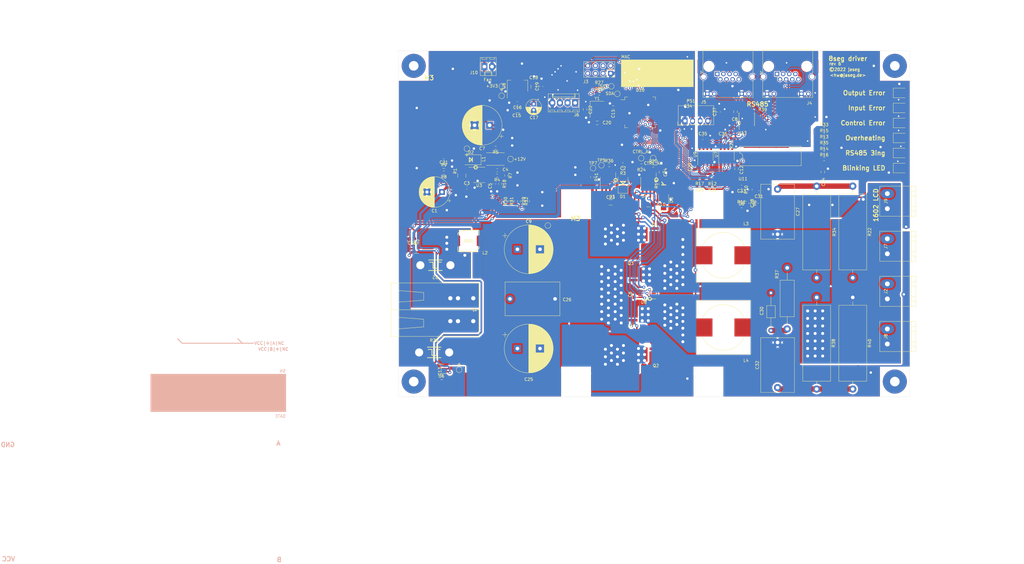
<source format=kicad_pcb>
(kicad_pcb (version 20220427) (generator pcbnew)

  (general
    (thickness 1.6)
  )

  (paper "A4")
  (layers
    (0 "F.Cu" signal)
    (31 "B.Cu" signal)
    (32 "B.Adhes" user "B.Adhesive")
    (33 "F.Adhes" user "F.Adhesive")
    (34 "B.Paste" user)
    (35 "F.Paste" user)
    (36 "B.SilkS" user "B.Silkscreen")
    (37 "F.SilkS" user "F.Silkscreen")
    (38 "B.Mask" user)
    (39 "F.Mask" user)
    (40 "Dwgs.User" user "User.Drawings")
    (41 "Cmts.User" user "User.Comments")
    (42 "Eco1.User" user "User.Eco1")
    (43 "Eco2.User" user "User.Eco2")
    (44 "Edge.Cuts" user)
    (45 "Margin" user)
    (46 "B.CrtYd" user "B.Courtyard")
    (47 "F.CrtYd" user "F.Courtyard")
    (48 "B.Fab" user)
    (49 "F.Fab" user)
  )

  (setup
    (stackup
      (layer "F.SilkS" (type "Top Silk Screen"))
      (layer "F.Paste" (type "Top Solder Paste"))
      (layer "F.Mask" (type "Top Solder Mask") (thickness 0.01))
      (layer "F.Cu" (type "copper") (thickness 0.035))
      (layer "dielectric 1" (type "core") (thickness 1.51) (material "FR4") (epsilon_r 4.5) (loss_tangent 0.02))
      (layer "B.Cu" (type "copper") (thickness 0.035))
      (layer "B.Mask" (type "Bottom Solder Mask") (thickness 0.01))
      (layer "B.Paste" (type "Bottom Solder Paste"))
      (layer "B.SilkS" (type "Bottom Silk Screen"))
      (copper_finish "None")
      (dielectric_constraints no)
    )
    (pad_to_mask_clearance 0.051)
    (solder_mask_min_width 0.25)
    (grid_origin 349.7 9.1)
    (pcbplotparams
      (layerselection 0x00011fc_ffffffff)
      (plot_on_all_layers_selection 0x0000000_00000000)
      (disableapertmacros false)
      (usegerberextensions false)
      (usegerberattributes false)
      (usegerberadvancedattributes false)
      (creategerberjobfile false)
      (dashed_line_dash_ratio 12.000000)
      (dashed_line_gap_ratio 3.000000)
      (svgprecision 4)
      (plotframeref false)
      (viasonmask false)
      (mode 1)
      (useauxorigin false)
      (hpglpennumber 1)
      (hpglpenspeed 20)
      (hpglpendiameter 15.000000)
      (dxfpolygonmode true)
      (dxfimperialunits true)
      (dxfusepcbnewfont true)
      (psnegative false)
      (psa4output false)
      (plotreference true)
      (plotvalue true)
      (plotinvisibletext false)
      (sketchpadsonfab false)
      (subtractmaskfromsilk false)
      (outputformat 1)
      (mirror false)
      (drillshape 0)
      (scaleselection 1)
      (outputdirectory "gerber")
    )
  )

  (net 0 "")
  (net 1 "GND")
  (net 2 "/VBOOT_MON")
  (net 3 "+3V3")
  (net 4 "/VIN_MON")
  (net 5 "Net-(D2-K)")
  (net 6 "Net-(U3-FB)")
  (net 7 "/OUT_A")
  (net 8 "/OUT_B")
  (net 9 "/VIN")
  (net 10 "/GND_MEAS")
  (net 11 "/DRV1")
  (net 12 "/DRV2")
  (net 13 "/DRV3")
  (net 14 "/DRV4")
  (net 15 "/SWCLK")
  (net 16 "/SWDIO")
  (net 17 "+5VD")
  (net 18 "/RX485_A")
  (net 19 "/RS485_B")
  (net 20 "GND2")
  (net 21 "/SDA")
  (net 22 "/SCL")
  (net 23 "Net-(D8-A1)")
  (net 24 "/PULSE_RX")
  (net 25 "Net-(D8-A2)")
  (net 26 "unconnected-(J4-Pad1)")
  (net 27 "unconnected-(J4-Pad2)")
  (net 28 "Net-(C27-Pad1)")
  (net 29 "Net-(C30-Pad2)")
  (net 30 "/RJL4")
  (net 31 "/RJL3")
  (net 32 "Net-(C32-Pad1)")
  (net 33 "Net-(D1-A)")
  (net 34 "/SLED1")
  (net 35 "/SLED2")
  (net 36 "/SLED3")
  (net 37 "/SLED4")
  (net 38 "Net-(D3-A)")
  (net 39 "Net-(D4-K)")
  (net 40 "Net-(D5-K)")
  (net 41 "Net-(D6-K)")
  (net 42 "Net-(D7-K)")
  (net 43 "/XT1")
  (net 44 "/XT2")
  (net 45 "unconnected-(J5-Pad1)")
  (net 46 "unconnected-(J5-Pad2)")
  (net 47 "/GND_RS485")
  (net 48 "unconnected-(J4-Pad7)")
  (net 49 "unconnected-(J4-Pad8)")
  (net 50 "unconnected-(J5-Pad7)")
  (net 51 "Net-(C4-Pad1)")
  (net 52 "unconnected-(J5-Pad8)")
  (net 53 "+12V")
  (net 54 "Net-(U3-BS)")
  (net 55 "/ILIM")
  (net 56 "/RJL2")
  (net 57 "/RJL1")
  (net 58 "/RS485_DE_ISO")
  (net 59 "/PAD")
  (net 60 "/VB2")
  (net 61 "/VB1")
  (net 62 "/MON_H")
  (net 63 "/MON_L")
  (net 64 "/RS485_RX")
  (net 65 "/RS485_DE")
  (net 66 "unconnected-(U3-EN)")
  (net 67 "unconnected-(U3-POK)")
  (net 68 "/RS485_RX_ISO")
  (net 69 "unconnected-(U8-Alert)")
  (net 70 "/VISO_SENSE")
  (net 71 "/RS485_TX")
  (net 72 "/RS485_TX_ISO")
  (net 73 "unconnected-(U10-PC11)")
  (net 74 "unconnected-(U10-PC12)")
  (net 75 "unconnected-(U10-PC13)")
  (net 76 "unconnected-(U10-PC14/OSC32_IN)")
  (net 77 "unconnected-(U10-PC15/OSC32_OUT)")
  (net 78 "unconnected-(U10-VBAT)")
  (net 79 "unconnected-(U10-VREF+)")
  (net 80 "unconnected-(U10-NRST)")
  (net 81 "unconnected-(U10-PC0)")
  (net 82 "unconnected-(U10-PC1)")
  (net 83 "unconnected-(U10-PC2)")
  (net 84 "unconnected-(U10-PC3)")
  (net 85 "/MON_FAULT_CURRENT")
  (net 86 "/MON_L_ADC")
  (net 87 "/MON_H_ADC")
  (net 88 "unconnected-(U10-PA5)")
  (net 89 "/RJL1D")
  (net 90 "/RJL2D")
  (net 91 "/RJL3D")
  (net 92 "unconnected-(U10-PA8)")
  (net 93 "unconnected-(U10-PC6)")
  (net 94 "unconnected-(U10-PC7)")
  (net 95 "unconnected-(U10-PD8)")
  (net 96 "unconnected-(U10-PD9)")
  (net 97 "unconnected-(U10-PA11)")
  (net 98 "unconnected-(U10-PA15)")
  (net 99 "unconnected-(U10-PD0)")
  (net 100 "unconnected-(U10-PD1)")
  (net 101 "unconnected-(U10-PD2)")
  (net 102 "unconnected-(U10-PD3)")
  (net 103 "unconnected-(U10-PD4)")
  (net 104 "unconnected-(U10-PD5)")
  (net 105 "unconnected-(U10-PD6)")
  (net 106 "/RJL4D")
  (net 107 "unconnected-(U10-PB5)")
  (net 108 "/DBG_TX")
  (net 109 "/DBG_RX")
  (net 110 "Net-(R12-Pad1)")
  (net 111 "Net-(R17-Pad1)")
  (net 112 "Net-(R21-Pad1)")
  (net 113 "Net-(R25-Pad1)")
  (net 114 "unconnected-(J3-Pin_4)")
  (net 115 "unconnected-(J3-Pin_6)")
  (net 116 "Net-(D9-K)")
  (net 117 "Net-(D10-K)")
  (net 118 "/SLED6")
  (net 119 "/SLED5")
  (net 120 "/VIN_INPUT")
  (net 121 "/VIN_MEAS")
  (net 122 "/DRV_B")
  (net 123 "/DRV_A")
  (net 124 "unconnected-(J4-Pad3)")
  (net 125 "unconnected-(J4-Pad6)")
  (net 126 "unconnected-(J5-Pad3)")
  (net 127 "unconnected-(J5-Pad6)")
  (net 128 "/CTRL_AH")
  (net 129 "/CTRL_AL")
  (net 130 "/CTRL_BH")
  (net 131 "/CTRL_BL")
  (net 132 "unconnected-(U10-PC8)")
  (net 133 "unconnected-(U10-PC9)")

  (footprint "Resistor_SMD:R_0603_1608Metric_Pad0.98x0.95mm_HandSolder" (layer "F.Cu") (at 271.7 -18))

  (footprint "MountingHole:MountingHole_3.2mm_M3" (layer "F.Cu") (at 308 21))

  (footprint "MountingHole:MountingHole_3.2mm_M3" (layer "F.Cu") (at 308 80))

  (footprint "MountingHole:MountingHole_3.2mm_M3" (layer "F.Cu") (at 264 21))

  (footprint "Connectors_Molex:Molex_KK-6410-02_02x2.54mm_Straight" (layer "F.Cu") (at 233.5 -24.75))

  (footprint "Package_SO:MSOP-8_3x3mm_P0.65mm" (layer "F.Cu") (at 287.6 50.99995 180))

  (footprint "Connector_RJ:RJ45_Amphenol_RJHSE538X" (layer "F.Cu") (at 330.8 -22.3))

  (footprint "Resistor_SMD:R_0603_1608Metric_Pad0.98x0.95mm_HandSolder" (layer "F.Cu") (at 346.5 4))

  (footprint "Capacitors_SMD:C_0603_HandSoldering" (layer "F.Cu") (at 317.4 9.3 90))

  (footprint "Capacitors_SMD:C_0603_HandSoldering" (layer "F.Cu") (at 271 -6.05 180))

  (footprint "Capacitors_SMD:C_0603_HandSoldering" (layer "F.Cu") (at 267 -10.5 90))

  (footprint "Capacitors_SMD:C_0603_HandSoldering" (layer "F.Cu") (at 292.25 10.35 90))

  (footprint "Capacitors_SMD:C_0603_HandSoldering" (layer "F.Cu") (at 303.2 8.55 90))

  (footprint "Connectors_Molex:Molex_KK-6410-04_04x2.54mm_Straight" (layer "F.Cu") (at 263.7 -12.7 180))

  (footprint "Resistor_SMD:R_0603_1608Metric_Pad0.98x0.95mm_HandSolder" (layer "F.Cu") (at 315.6 -1.8 90))

  (footprint "Resistor_SMD:R_0603_1608Metric_Pad0.98x0.95mm_HandSolder" (layer "F.Cu") (at 271.7 -15.8))

  (footprint "Crystal:Crystal_SMD_3225-4Pin_3.2x2.5mm_HandSoldering" (layer "F.Cu") (at 270.9 -10.55 -90))

  (footprint "MountingHole:MountingHole_3.2mm_M3" (layer "F.Cu") (at 210 -25))

  (footprint "MountingHole:MountingHole_3.2mm_M3" (layer "F.Cu") (at 370 -25))

  (footprint "MountingHole:MountingHole_3.2mm_M3" (layer "F.Cu") (at 210 80))

  (footprint "MountingHole:MountingHole_3.2mm_M3" (layer "F.Cu") (at 370 80))

  (footprint "footprints:milliohm_shunt_P10D2.5" (layer "F.Cu") (at 216.8 70.3 180))

  (footprint "footprints:Toshiba SOP Advance" (layer "F.Cu") (at 286.444039 71 90))

  (footprint "Capacitors_SMD:C_0603_HandSoldering" (layer "F.Cu") (at 220 8.5))

  (footprint "footprints:Toshiba SOP Advance" (layer "F.Cu") (at 286.444039 31 90))

  (footprint "footprints:Toshiba SOP Advance" (layer "F.Cu") (at 286.444039 44.3333 -90))

  (footprint "footprints:Toshiba SOP Advance" (layer "F.Cu") (at 286.444039 57.6667 -90))

  (footprint "Resistor_SMD:R_0603_1608Metric_Pad0.98x0.95mm_HandSolder" (layer "F.Cu") (at 346.5 -2))

  (footprint "Connector_RJ:RJ45_Amphenol_RJHSE538X" (layer "F.Cu") (at 310.95 -22.3))

  (footprint "Capacitors_SMD:C_0603_HandSoldering" (layer "F.Cu") (at 283.2 51 90))

  (footprint "Resistor_SMD:R_0603_1608Metric_Pad0.98x0.95mm_HandSolder" (layer "F.Cu") (at 285.725 8.15 180))

  (footprint "Resistor_SMD:R_0603_1608Metric_Pad1.05x0.95mm_HandSolder" (layer "F.Cu") (at 326.05 -11.85 180))

  (footprint "Package_SO:SOIC-8_3.9x4.9mm_P1.27mm" (layer "F.Cu") (at 320.75 -7.25 90))

  (footprint "Capacitors_SMD:C_0603_HandSoldering" (layer "F.Cu") (at 317 -9.75 90))

  (footprint "TestPoint:TestPoint_Pad_D1.5mm" (layer "F.Cu") (at 225.1 76.05 180))

  (footprint "TestPoint:TestPoint_Pad_D1.5mm" (layer "F.Cu") (at 254.6 28.1 180))

  (footprint "TestPoint:TestPoint_Pad_D1.5mm" (layer "F.Cu") (at 239.3 -18.2))

  (footprint "TestPoint:TestPoint_Pad_D1.5mm" (layer "F.Cu") (at 285.65 5.7))

  (footprint "TestPoint:TestPoint_Pad_D1.5mm" (layer "F.Cu") (at 275.7 -18.2 90))

  (footprint "TestPoint:TestPoint_Pad_D1.5mm" (layer "F.Cu") (at 277.7 -15.7 90))

  (footprint "TestPoint:TestPoint_Pad_D1.5mm" (layer "F.Cu") (at 227.7 2.55))

  (footprint "TestPoint:TestPoint_Pad_D1.5mm" (layer "F.Cu") (at 239.25 -15.05))

  (footprint "Capacitor_SMD:C_1206_3216Metric_Pad1.42x1.75mm_HandSolder" (layer "F.Cu") (at 275.5 20.4 180))

  (footprint "Resistor_SMD:R_0603_1608Metric_Pad0.98x0.95mm_HandSolder" (layer "F.Cu") (at 346.5 0))

  (footprint "Resistor_SMD:R_0603_1608Metric_Pad0.98x0.95mm_HandSolder" (layer "F.Cu") (at 346.5 6))

  (footprint "MountingHole:MountingHole_3.2mm_M3" (layer "F.Cu") (at 264 80))

  (footprint "Capacitors_SMD:C_0603_HandSoldering" (layer "F.Cu") (at 219.3 78.8))

  (footprint "Capacitors_SMD:C_0603_HandSoldering" (layer "F.Cu") (at 276.3 -11.1 180))

  (footprint "Resistor_SMD:R_0603_1608Metric_Pad0.98x0.95mm_HandSolder" (layer "F.Cu") (at 220 6.5 180))

  (footprint "Capacitors_SMD:C_0603_HandSoldering" (layer "F.Cu") (at 346.05 10.3 90))

  (footprint "Capacitor_THT:CP_Radial_D10.0mm_P5.00mm" (layer "F.Cu") (at 219.4 16.95 180))

  (footprint "Capacitor_SMD:C_0603_1608Metric_Pad1.05x0.95mm_HandSolder" (layer "F.Cu") (at 227.65 15.45))

  (footprint "Capacitor_SMD:C_0603_1608Metric_Pad1.05x0.95mm_HandSolder" (layer "F.Cu") (at 237.75 9.75 180))

  (footprint "Capacitor_SMD:C_0603_1608Metric_Pad1.05x0.95mm_HandSolder" (layer "F.Cu")
    (tstamp 00000000-0000-0000-0000-00005e8d0f35)
    (at 236.75 14.25 -90)
    (descr "Capacitor SMD 0603 (1608 Metric), square (rectangular) end terminal, IPC_7351 nominal with elongated pad for handsoldering. (Body size source: http://www.tortai-tech.com/upload/download/2011102023233369053.pdf), generated with kicad-footprint-generator")
    (tags "capacitor handsolder")
    (property "LCSC" "C38523")
    (property "Mfg" "Samsung")
    (property "PN" "CL10C120JB8NNNC")
    (property "Sheetfile" "driver.kicad_sch")
    (property "Sheetname" "")
    (path "/00000000-0000-0000-0000-00005edd5d97")
    (attr smd)
    (fp_text reference "C5" (at 0.7 1.35 90) (layer "F.SilkS")
        (effects (font (size 1 1) (thickness 0.15)))
      (tstamp be87710c-c5b9-4832-bede-6daeacfa34f5)
    )
    (fp_text value "12p" (at 0 1.43 90) (layer "F.Fab")
        (effects (font (size 1 1) (thickness 0.15)))
      (tstamp 3eca526c-18af-40a4-a853-4b5585db8178)
    )
    (fp_text user "${REFERENCE}" (at 0 0 90) (layer "F.Fab")
        (effects (font (size 0.4 0.4) (thickness 0.06)))
      (tstamp 55891a31-983f-4862-9147-a6e19a8f1a71)
    )
    (fp_line (start -0.171267 -0.51) (end 0.171267 -0.51)
      (stroke (width 0.12) (type solid)) (layer "F.SilkS") (tstamp 2cc4b925-bc01-4e33-bc2c-65a845b71975))
    (fp_line (start -0.171267 0.51) (end 0.171267 0.51)
      (stroke (width 0.12) (type solid)) (layer "F.SilkS") (tstamp 6d67ced3-2659-4dc7-a922-2ccf4b5010f6))
    (fp_line (start -1.65 -0.73) (end 1.65 -0.73)
      (stroke (width 0.05) (type solid)) (layer "F.CrtYd") (tstamp 4e50002d-36bd-43b8-9a47-74c1f4b9fa83))
    (fp_line (start -1.65 0.73) (end -1.65 -0.73)
      (stroke (width 0.05) (type solid)) (layer "F.CrtYd") (tstamp f788f3af-caf3-42b9-9d8d-66105e28b21d))
    (fp_line (start 1.65 -0.73) (end 1.65 0.73)
      (stroke (width 0.05) (type solid)) (layer "F.CrtYd") (tstamp 08b46d6a-65c6-4bcb-b99b-29002d57e748))
    (fp_line (start 1.65 0.73) (end -1.65 0.73)
      (stroke (width 0.05) (type solid)) (layer "F.CrtYd") (ts
... [1965276 chars truncated]
</source>
